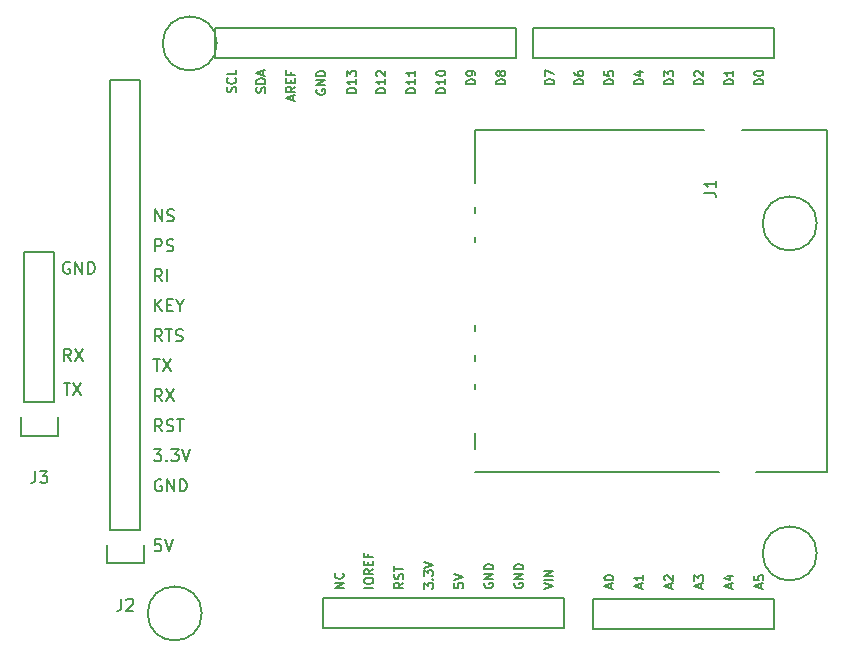
<source format=gto>
G04 #@! TF.FileFunction,Legend,Top*
%FSLAX46Y46*%
G04 Gerber Fmt 4.6, Leading zero omitted, Abs format (unit mm)*
G04 Created by KiCad (PCBNEW 4.0.1-3.201512221402+6198~38~ubuntu14.04.1-stable) date Tue 03 May 2016 12:22:43 PM PDT*
%MOMM*%
G01*
G04 APERTURE LIST*
%ADD10C,0.100000*%
%ADD11C,0.152400*%
%ADD12C,0.150000*%
G04 APERTURE END LIST*
D10*
D11*
X123794762Y-117553619D02*
X123310953Y-117553619D01*
X123262572Y-118037429D01*
X123310953Y-117989048D01*
X123407715Y-117940667D01*
X123649619Y-117940667D01*
X123746381Y-117989048D01*
X123794762Y-118037429D01*
X123843143Y-118134190D01*
X123843143Y-118376095D01*
X123794762Y-118472857D01*
X123746381Y-118521238D01*
X123649619Y-118569619D01*
X123407715Y-118569619D01*
X123310953Y-118521238D01*
X123262572Y-118472857D01*
X124133429Y-117553619D02*
X124472096Y-118569619D01*
X124810762Y-117553619D01*
X123843143Y-112522000D02*
X123746381Y-112473619D01*
X123601238Y-112473619D01*
X123456096Y-112522000D01*
X123359334Y-112618762D01*
X123310953Y-112715524D01*
X123262572Y-112909048D01*
X123262572Y-113054190D01*
X123310953Y-113247714D01*
X123359334Y-113344476D01*
X123456096Y-113441238D01*
X123601238Y-113489619D01*
X123698000Y-113489619D01*
X123843143Y-113441238D01*
X123891524Y-113392857D01*
X123891524Y-113054190D01*
X123698000Y-113054190D01*
X124326953Y-113489619D02*
X124326953Y-112473619D01*
X124907524Y-113489619D01*
X124907524Y-112473619D01*
X125391334Y-113489619D02*
X125391334Y-112473619D01*
X125633239Y-112473619D01*
X125778381Y-112522000D01*
X125875143Y-112618762D01*
X125923524Y-112715524D01*
X125971905Y-112909048D01*
X125971905Y-113054190D01*
X125923524Y-113247714D01*
X125875143Y-113344476D01*
X125778381Y-113441238D01*
X125633239Y-113489619D01*
X125391334Y-113489619D01*
X123214191Y-109933619D02*
X123843143Y-109933619D01*
X123504477Y-110320667D01*
X123649619Y-110320667D01*
X123746381Y-110369048D01*
X123794762Y-110417429D01*
X123843143Y-110514190D01*
X123843143Y-110756095D01*
X123794762Y-110852857D01*
X123746381Y-110901238D01*
X123649619Y-110949619D01*
X123359334Y-110949619D01*
X123262572Y-110901238D01*
X123214191Y-110852857D01*
X124278572Y-110852857D02*
X124326953Y-110901238D01*
X124278572Y-110949619D01*
X124230191Y-110901238D01*
X124278572Y-110852857D01*
X124278572Y-110949619D01*
X124665620Y-109933619D02*
X125294572Y-109933619D01*
X124955906Y-110320667D01*
X125101048Y-110320667D01*
X125197810Y-110369048D01*
X125246191Y-110417429D01*
X125294572Y-110514190D01*
X125294572Y-110756095D01*
X125246191Y-110852857D01*
X125197810Y-110901238D01*
X125101048Y-110949619D01*
X124810763Y-110949619D01*
X124714001Y-110901238D01*
X124665620Y-110852857D01*
X125584858Y-109933619D02*
X125923525Y-110949619D01*
X126262191Y-109933619D01*
X123891524Y-108409619D02*
X123552858Y-107925810D01*
X123310953Y-108409619D02*
X123310953Y-107393619D01*
X123698000Y-107393619D01*
X123794762Y-107442000D01*
X123843143Y-107490381D01*
X123891524Y-107587143D01*
X123891524Y-107732286D01*
X123843143Y-107829048D01*
X123794762Y-107877429D01*
X123698000Y-107925810D01*
X123310953Y-107925810D01*
X124278572Y-108361238D02*
X124423715Y-108409619D01*
X124665619Y-108409619D01*
X124762381Y-108361238D01*
X124810762Y-108312857D01*
X124859143Y-108216095D01*
X124859143Y-108119333D01*
X124810762Y-108022571D01*
X124762381Y-107974190D01*
X124665619Y-107925810D01*
X124472096Y-107877429D01*
X124375334Y-107829048D01*
X124326953Y-107780667D01*
X124278572Y-107683905D01*
X124278572Y-107587143D01*
X124326953Y-107490381D01*
X124375334Y-107442000D01*
X124472096Y-107393619D01*
X124714000Y-107393619D01*
X124859143Y-107442000D01*
X125149429Y-107393619D02*
X125730000Y-107393619D01*
X125439715Y-108409619D02*
X125439715Y-107393619D01*
X123891524Y-105869619D02*
X123552858Y-105385810D01*
X123310953Y-105869619D02*
X123310953Y-104853619D01*
X123698000Y-104853619D01*
X123794762Y-104902000D01*
X123843143Y-104950381D01*
X123891524Y-105047143D01*
X123891524Y-105192286D01*
X123843143Y-105289048D01*
X123794762Y-105337429D01*
X123698000Y-105385810D01*
X123310953Y-105385810D01*
X124230191Y-104853619D02*
X124907524Y-105869619D01*
X124907524Y-104853619D02*
X124230191Y-105869619D01*
X123165810Y-102313619D02*
X123746381Y-102313619D01*
X123456096Y-103329619D02*
X123456096Y-102313619D01*
X123988286Y-102313619D02*
X124665619Y-103329619D01*
X124665619Y-102313619D02*
X123988286Y-103329619D01*
X123891524Y-100789619D02*
X123552858Y-100305810D01*
X123310953Y-100789619D02*
X123310953Y-99773619D01*
X123698000Y-99773619D01*
X123794762Y-99822000D01*
X123843143Y-99870381D01*
X123891524Y-99967143D01*
X123891524Y-100112286D01*
X123843143Y-100209048D01*
X123794762Y-100257429D01*
X123698000Y-100305810D01*
X123310953Y-100305810D01*
X124181810Y-99773619D02*
X124762381Y-99773619D01*
X124472096Y-100789619D02*
X124472096Y-99773619D01*
X125052667Y-100741238D02*
X125197810Y-100789619D01*
X125439714Y-100789619D01*
X125536476Y-100741238D01*
X125584857Y-100692857D01*
X125633238Y-100596095D01*
X125633238Y-100499333D01*
X125584857Y-100402571D01*
X125536476Y-100354190D01*
X125439714Y-100305810D01*
X125246191Y-100257429D01*
X125149429Y-100209048D01*
X125101048Y-100160667D01*
X125052667Y-100063905D01*
X125052667Y-99967143D01*
X125101048Y-99870381D01*
X125149429Y-99822000D01*
X125246191Y-99773619D01*
X125488095Y-99773619D01*
X125633238Y-99822000D01*
X123310953Y-98249619D02*
X123310953Y-97233619D01*
X123891524Y-98249619D02*
X123456096Y-97669048D01*
X123891524Y-97233619D02*
X123310953Y-97814190D01*
X124326953Y-97717429D02*
X124665619Y-97717429D01*
X124810762Y-98249619D02*
X124326953Y-98249619D01*
X124326953Y-97233619D01*
X124810762Y-97233619D01*
X125439715Y-97765810D02*
X125439715Y-98249619D01*
X125101048Y-97233619D02*
X125439715Y-97765810D01*
X125778381Y-97233619D01*
X123891524Y-95709619D02*
X123552858Y-95225810D01*
X123310953Y-95709619D02*
X123310953Y-94693619D01*
X123698000Y-94693619D01*
X123794762Y-94742000D01*
X123843143Y-94790381D01*
X123891524Y-94887143D01*
X123891524Y-95032286D01*
X123843143Y-95129048D01*
X123794762Y-95177429D01*
X123698000Y-95225810D01*
X123310953Y-95225810D01*
X124326953Y-95709619D02*
X124326953Y-94693619D01*
X123310953Y-93169619D02*
X123310953Y-92153619D01*
X123698000Y-92153619D01*
X123794762Y-92202000D01*
X123843143Y-92250381D01*
X123891524Y-92347143D01*
X123891524Y-92492286D01*
X123843143Y-92589048D01*
X123794762Y-92637429D01*
X123698000Y-92685810D01*
X123310953Y-92685810D01*
X124278572Y-93121238D02*
X124423715Y-93169619D01*
X124665619Y-93169619D01*
X124762381Y-93121238D01*
X124810762Y-93072857D01*
X124859143Y-92976095D01*
X124859143Y-92879333D01*
X124810762Y-92782571D01*
X124762381Y-92734190D01*
X124665619Y-92685810D01*
X124472096Y-92637429D01*
X124375334Y-92589048D01*
X124326953Y-92540667D01*
X124278572Y-92443905D01*
X124278572Y-92347143D01*
X124326953Y-92250381D01*
X124375334Y-92202000D01*
X124472096Y-92153619D01*
X124714000Y-92153619D01*
X124859143Y-92202000D01*
X123310953Y-90629619D02*
X123310953Y-89613619D01*
X123891524Y-90629619D01*
X123891524Y-89613619D01*
X124326953Y-90581238D02*
X124472096Y-90629619D01*
X124714000Y-90629619D01*
X124810762Y-90581238D01*
X124859143Y-90532857D01*
X124907524Y-90436095D01*
X124907524Y-90339333D01*
X124859143Y-90242571D01*
X124810762Y-90194190D01*
X124714000Y-90145810D01*
X124520477Y-90097429D01*
X124423715Y-90049048D01*
X124375334Y-90000667D01*
X124326953Y-89903905D01*
X124326953Y-89807143D01*
X124375334Y-89710381D01*
X124423715Y-89662000D01*
X124520477Y-89613619D01*
X124762381Y-89613619D01*
X124907524Y-89662000D01*
X116065905Y-94107000D02*
X115969143Y-94058619D01*
X115824000Y-94058619D01*
X115678858Y-94107000D01*
X115582096Y-94203762D01*
X115533715Y-94300524D01*
X115485334Y-94494048D01*
X115485334Y-94639190D01*
X115533715Y-94832714D01*
X115582096Y-94929476D01*
X115678858Y-95026238D01*
X115824000Y-95074619D01*
X115920762Y-95074619D01*
X116065905Y-95026238D01*
X116114286Y-94977857D01*
X116114286Y-94639190D01*
X115920762Y-94639190D01*
X116549715Y-95074619D02*
X116549715Y-94058619D01*
X117130286Y-95074619D01*
X117130286Y-94058619D01*
X117614096Y-95074619D02*
X117614096Y-94058619D01*
X117856001Y-94058619D01*
X118001143Y-94107000D01*
X118097905Y-94203762D01*
X118146286Y-94300524D01*
X118194667Y-94494048D01*
X118194667Y-94639190D01*
X118146286Y-94832714D01*
X118097905Y-94929476D01*
X118001143Y-95026238D01*
X117856001Y-95074619D01*
X117614096Y-95074619D01*
X116162667Y-102440619D02*
X115824001Y-101956810D01*
X115582096Y-102440619D02*
X115582096Y-101424619D01*
X115969143Y-101424619D01*
X116065905Y-101473000D01*
X116114286Y-101521381D01*
X116162667Y-101618143D01*
X116162667Y-101763286D01*
X116114286Y-101860048D01*
X116065905Y-101908429D01*
X115969143Y-101956810D01*
X115582096Y-101956810D01*
X116501334Y-101424619D02*
X117178667Y-102440619D01*
X117178667Y-101424619D02*
X116501334Y-102440619D01*
X115557905Y-104345619D02*
X116138476Y-104345619D01*
X115848191Y-105361619D02*
X115848191Y-104345619D01*
X116380381Y-104345619D02*
X117057714Y-105361619D01*
X117057714Y-104345619D02*
X116380381Y-105361619D01*
D12*
X137515600Y-125095000D02*
X157937200Y-125095000D01*
X157937200Y-125095000D02*
X157937200Y-122555000D01*
X157937200Y-122555000D02*
X137515600Y-122555000D01*
X137515600Y-125095000D02*
X137515600Y-122555000D01*
X175742600Y-122580400D02*
X160401000Y-122580400D01*
X175742600Y-125120400D02*
X175742600Y-122580400D01*
X160401000Y-125120400D02*
X175742600Y-125120400D01*
X160401000Y-125120400D02*
X160401000Y-122580400D01*
X175742600Y-76835000D02*
X175742600Y-74295000D01*
X175742600Y-74295000D02*
X155321000Y-74295000D01*
X155321000Y-76835000D02*
X155321000Y-74295000D01*
X155321000Y-76835000D02*
X175742600Y-76835000D01*
X153898600Y-74295000D02*
X128422400Y-74295000D01*
X128422400Y-76835000D02*
X153898600Y-76835000D01*
X153898600Y-76835000D02*
X153898600Y-74295000D01*
X128397000Y-76835000D02*
X128397000Y-74295000D01*
X127254000Y-123825000D02*
G75*
G03X127254000Y-123825000I-2286000J0D01*
G01*
X179324000Y-118745000D02*
G75*
G03X179324000Y-118745000I-2286000J0D01*
G01*
X128524000Y-75565000D02*
G75*
G03X128524000Y-75565000I-2286000J0D01*
G01*
X179324000Y-90805000D02*
G75*
G03X179324000Y-90805000I-2286000J0D01*
G01*
X150418800Y-89914600D02*
X150418800Y-89414600D01*
X150418800Y-92414600D02*
X150418800Y-91914600D01*
X150418800Y-99914600D02*
X150418800Y-99414600D01*
X150418800Y-102414600D02*
X150418800Y-101914600D01*
X150418800Y-104814600D02*
X150418800Y-104414600D01*
X150418800Y-109914600D02*
X150418800Y-108514600D01*
X171018800Y-111814600D02*
X150418800Y-111814600D01*
X169818800Y-82914600D02*
X150418800Y-82914600D01*
X150418800Y-82914600D02*
X150418800Y-87414600D01*
X180218800Y-82914600D02*
X180218800Y-111814600D01*
X180218800Y-111814600D02*
X174218800Y-111814600D01*
X180218800Y-82914600D02*
X173018800Y-82914600D01*
X122047000Y-116763800D02*
X122047000Y-78663800D01*
X122047000Y-78663800D02*
X119507000Y-78663800D01*
X119507000Y-78663800D02*
X119507000Y-116763800D01*
X119227000Y-119583800D02*
X119227000Y-118033800D01*
X119507000Y-116763800D02*
X122047000Y-116763800D01*
X122327000Y-118033800D02*
X122327000Y-119583800D01*
X122327000Y-119583800D02*
X119227000Y-119583800D01*
X112242600Y-105943400D02*
X112242600Y-93243400D01*
X112242600Y-93243400D02*
X114782600Y-93243400D01*
X114782600Y-93243400D02*
X114782600Y-105943400D01*
X111962600Y-108763400D02*
X111962600Y-107213400D01*
X112242600Y-105943400D02*
X114782600Y-105943400D01*
X115062600Y-107213400D02*
X115062600Y-108763400D01*
X115062600Y-108763400D02*
X111962600Y-108763400D01*
D11*
X139282714Y-121644228D02*
X138520714Y-121644228D01*
X139282714Y-121208800D01*
X138520714Y-121208800D01*
X139210143Y-120410514D02*
X139246429Y-120446800D01*
X139282714Y-120555657D01*
X139282714Y-120628228D01*
X139246429Y-120737085D01*
X139173857Y-120809657D01*
X139101286Y-120845942D01*
X138956143Y-120882228D01*
X138847286Y-120882228D01*
X138702143Y-120845942D01*
X138629571Y-120809657D01*
X138557000Y-120737085D01*
X138520714Y-120628228D01*
X138520714Y-120555657D01*
X138557000Y-120446800D01*
X138593286Y-120410514D01*
X141771914Y-121644228D02*
X141009914Y-121644228D01*
X141009914Y-121136229D02*
X141009914Y-120991086D01*
X141046200Y-120918514D01*
X141118771Y-120845943D01*
X141263914Y-120809657D01*
X141517914Y-120809657D01*
X141663057Y-120845943D01*
X141735629Y-120918514D01*
X141771914Y-120991086D01*
X141771914Y-121136229D01*
X141735629Y-121208800D01*
X141663057Y-121281371D01*
X141517914Y-121317657D01*
X141263914Y-121317657D01*
X141118771Y-121281371D01*
X141046200Y-121208800D01*
X141009914Y-121136229D01*
X141771914Y-120047657D02*
X141409057Y-120301657D01*
X141771914Y-120483085D02*
X141009914Y-120483085D01*
X141009914Y-120192800D01*
X141046200Y-120120228D01*
X141082486Y-120083943D01*
X141155057Y-120047657D01*
X141263914Y-120047657D01*
X141336486Y-120083943D01*
X141372771Y-120120228D01*
X141409057Y-120192800D01*
X141409057Y-120483085D01*
X141372771Y-119721085D02*
X141372771Y-119467085D01*
X141771914Y-119358228D02*
X141771914Y-119721085D01*
X141009914Y-119721085D01*
X141009914Y-119358228D01*
X141372771Y-118777656D02*
X141372771Y-119031656D01*
X141771914Y-119031656D02*
X141009914Y-119031656D01*
X141009914Y-118668799D01*
X144311914Y-121208800D02*
X143949057Y-121462800D01*
X144311914Y-121644228D02*
X143549914Y-121644228D01*
X143549914Y-121353943D01*
X143586200Y-121281371D01*
X143622486Y-121245086D01*
X143695057Y-121208800D01*
X143803914Y-121208800D01*
X143876486Y-121245086D01*
X143912771Y-121281371D01*
X143949057Y-121353943D01*
X143949057Y-121644228D01*
X144275629Y-120918514D02*
X144311914Y-120809657D01*
X144311914Y-120628228D01*
X144275629Y-120555657D01*
X144239343Y-120519371D01*
X144166771Y-120483086D01*
X144094200Y-120483086D01*
X144021629Y-120519371D01*
X143985343Y-120555657D01*
X143949057Y-120628228D01*
X143912771Y-120773371D01*
X143876486Y-120845943D01*
X143840200Y-120882228D01*
X143767629Y-120918514D01*
X143695057Y-120918514D01*
X143622486Y-120882228D01*
X143586200Y-120845943D01*
X143549914Y-120773371D01*
X143549914Y-120591943D01*
X143586200Y-120483086D01*
X143549914Y-120265372D02*
X143549914Y-119829943D01*
X144311914Y-120047657D02*
X143549914Y-120047657D01*
X146089914Y-121716800D02*
X146089914Y-121245086D01*
X146380200Y-121499086D01*
X146380200Y-121390228D01*
X146416486Y-121317657D01*
X146452771Y-121281371D01*
X146525343Y-121245086D01*
X146706771Y-121245086D01*
X146779343Y-121281371D01*
X146815629Y-121317657D01*
X146851914Y-121390228D01*
X146851914Y-121607943D01*
X146815629Y-121680514D01*
X146779343Y-121716800D01*
X146779343Y-120918514D02*
X146815629Y-120882229D01*
X146851914Y-120918514D01*
X146815629Y-120954800D01*
X146779343Y-120918514D01*
X146851914Y-120918514D01*
X146089914Y-120628229D02*
X146089914Y-120156515D01*
X146380200Y-120410515D01*
X146380200Y-120301657D01*
X146416486Y-120229086D01*
X146452771Y-120192800D01*
X146525343Y-120156515D01*
X146706771Y-120156515D01*
X146779343Y-120192800D01*
X146815629Y-120229086D01*
X146851914Y-120301657D01*
X146851914Y-120519372D01*
X146815629Y-120591943D01*
X146779343Y-120628229D01*
X146089914Y-119938801D02*
X146851914Y-119684801D01*
X146089914Y-119430801D01*
X148629914Y-121281371D02*
X148629914Y-121644228D01*
X148992771Y-121680514D01*
X148956486Y-121644228D01*
X148920200Y-121571657D01*
X148920200Y-121390228D01*
X148956486Y-121317657D01*
X148992771Y-121281371D01*
X149065343Y-121245086D01*
X149246771Y-121245086D01*
X149319343Y-121281371D01*
X149355629Y-121317657D01*
X149391914Y-121390228D01*
X149391914Y-121571657D01*
X149355629Y-121644228D01*
X149319343Y-121680514D01*
X148629914Y-121027372D02*
X149391914Y-120773372D01*
X148629914Y-120519372D01*
X151206200Y-121245086D02*
X151169914Y-121317657D01*
X151169914Y-121426514D01*
X151206200Y-121535371D01*
X151278771Y-121607943D01*
X151351343Y-121644228D01*
X151496486Y-121680514D01*
X151605343Y-121680514D01*
X151750486Y-121644228D01*
X151823057Y-121607943D01*
X151895629Y-121535371D01*
X151931914Y-121426514D01*
X151931914Y-121353943D01*
X151895629Y-121245086D01*
X151859343Y-121208800D01*
X151605343Y-121208800D01*
X151605343Y-121353943D01*
X151931914Y-120882228D02*
X151169914Y-120882228D01*
X151931914Y-120446800D01*
X151169914Y-120446800D01*
X151931914Y-120083942D02*
X151169914Y-120083942D01*
X151169914Y-119902514D01*
X151206200Y-119793657D01*
X151278771Y-119721085D01*
X151351343Y-119684800D01*
X151496486Y-119648514D01*
X151605343Y-119648514D01*
X151750486Y-119684800D01*
X151823057Y-119721085D01*
X151895629Y-119793657D01*
X151931914Y-119902514D01*
X151931914Y-120083942D01*
X153746200Y-121245086D02*
X153709914Y-121317657D01*
X153709914Y-121426514D01*
X153746200Y-121535371D01*
X153818771Y-121607943D01*
X153891343Y-121644228D01*
X154036486Y-121680514D01*
X154145343Y-121680514D01*
X154290486Y-121644228D01*
X154363057Y-121607943D01*
X154435629Y-121535371D01*
X154471914Y-121426514D01*
X154471914Y-121353943D01*
X154435629Y-121245086D01*
X154399343Y-121208800D01*
X154145343Y-121208800D01*
X154145343Y-121353943D01*
X154471914Y-120882228D02*
X153709914Y-120882228D01*
X154471914Y-120446800D01*
X153709914Y-120446800D01*
X154471914Y-120083942D02*
X153709914Y-120083942D01*
X153709914Y-119902514D01*
X153746200Y-119793657D01*
X153818771Y-119721085D01*
X153891343Y-119684800D01*
X154036486Y-119648514D01*
X154145343Y-119648514D01*
X154290486Y-119684800D01*
X154363057Y-119721085D01*
X154435629Y-119793657D01*
X154471914Y-119902514D01*
X154471914Y-120083942D01*
X156249914Y-121753086D02*
X157011914Y-121499086D01*
X156249914Y-121245086D01*
X157011914Y-120991085D02*
X156249914Y-120991085D01*
X157011914Y-120628228D02*
X156249914Y-120628228D01*
X157011914Y-120192800D01*
X156249914Y-120192800D01*
X172059600Y-121680514D02*
X172059600Y-121317657D01*
X172277314Y-121753086D02*
X171515314Y-121499086D01*
X172277314Y-121245086D01*
X171769314Y-120664514D02*
X172277314Y-120664514D01*
X171479029Y-120845943D02*
X172023314Y-121027371D01*
X172023314Y-120555657D01*
X169519600Y-121680514D02*
X169519600Y-121317657D01*
X169737314Y-121753086D02*
X168975314Y-121499086D01*
X169737314Y-121245086D01*
X168975314Y-121063657D02*
X168975314Y-120591943D01*
X169265600Y-120845943D01*
X169265600Y-120737085D01*
X169301886Y-120664514D01*
X169338171Y-120628228D01*
X169410743Y-120591943D01*
X169592171Y-120591943D01*
X169664743Y-120628228D01*
X169701029Y-120664514D01*
X169737314Y-120737085D01*
X169737314Y-120954800D01*
X169701029Y-121027371D01*
X169664743Y-121063657D01*
X174599600Y-121680514D02*
X174599600Y-121317657D01*
X174817314Y-121753086D02*
X174055314Y-121499086D01*
X174817314Y-121245086D01*
X174055314Y-120628228D02*
X174055314Y-120991085D01*
X174418171Y-121027371D01*
X174381886Y-120991085D01*
X174345600Y-120918514D01*
X174345600Y-120737085D01*
X174381886Y-120664514D01*
X174418171Y-120628228D01*
X174490743Y-120591943D01*
X174672171Y-120591943D01*
X174744743Y-120628228D01*
X174781029Y-120664514D01*
X174817314Y-120737085D01*
X174817314Y-120918514D01*
X174781029Y-120991085D01*
X174744743Y-121027371D01*
X161899600Y-121680514D02*
X161899600Y-121317657D01*
X162117314Y-121753086D02*
X161355314Y-121499086D01*
X162117314Y-121245086D01*
X161355314Y-120845943D02*
X161355314Y-120773371D01*
X161391600Y-120700800D01*
X161427886Y-120664514D01*
X161500457Y-120628228D01*
X161645600Y-120591943D01*
X161827029Y-120591943D01*
X161972171Y-120628228D01*
X162044743Y-120664514D01*
X162081029Y-120700800D01*
X162117314Y-120773371D01*
X162117314Y-120845943D01*
X162081029Y-120918514D01*
X162044743Y-120954800D01*
X161972171Y-120991085D01*
X161827029Y-121027371D01*
X161645600Y-121027371D01*
X161500457Y-120991085D01*
X161427886Y-120954800D01*
X161391600Y-120918514D01*
X161355314Y-120845943D01*
X164439600Y-121680514D02*
X164439600Y-121317657D01*
X164657314Y-121753086D02*
X163895314Y-121499086D01*
X164657314Y-121245086D01*
X164657314Y-120591943D02*
X164657314Y-121027371D01*
X164657314Y-120809657D02*
X163895314Y-120809657D01*
X164004171Y-120882228D01*
X164076743Y-120954800D01*
X164113029Y-121027371D01*
X166979600Y-121680514D02*
X166979600Y-121317657D01*
X167197314Y-121753086D02*
X166435314Y-121499086D01*
X167197314Y-121245086D01*
X166507886Y-121027371D02*
X166471600Y-120991085D01*
X166435314Y-120918514D01*
X166435314Y-120737085D01*
X166471600Y-120664514D01*
X166507886Y-120628228D01*
X166580457Y-120591943D01*
X166653029Y-120591943D01*
X166761886Y-120628228D01*
X167197314Y-121063657D01*
X167197314Y-120591943D01*
X169737314Y-79037542D02*
X168975314Y-79037542D01*
X168975314Y-78856114D01*
X169011600Y-78747257D01*
X169084171Y-78674685D01*
X169156743Y-78638400D01*
X169301886Y-78602114D01*
X169410743Y-78602114D01*
X169555886Y-78638400D01*
X169628457Y-78674685D01*
X169701029Y-78747257D01*
X169737314Y-78856114D01*
X169737314Y-79037542D01*
X169047886Y-78311828D02*
X169011600Y-78275542D01*
X168975314Y-78202971D01*
X168975314Y-78021542D01*
X169011600Y-77948971D01*
X169047886Y-77912685D01*
X169120457Y-77876400D01*
X169193029Y-77876400D01*
X169301886Y-77912685D01*
X169737314Y-78348114D01*
X169737314Y-77876400D01*
X174817314Y-79037542D02*
X174055314Y-79037542D01*
X174055314Y-78856114D01*
X174091600Y-78747257D01*
X174164171Y-78674685D01*
X174236743Y-78638400D01*
X174381886Y-78602114D01*
X174490743Y-78602114D01*
X174635886Y-78638400D01*
X174708457Y-78674685D01*
X174781029Y-78747257D01*
X174817314Y-78856114D01*
X174817314Y-79037542D01*
X174055314Y-78130400D02*
X174055314Y-78057828D01*
X174091600Y-77985257D01*
X174127886Y-77948971D01*
X174200457Y-77912685D01*
X174345600Y-77876400D01*
X174527029Y-77876400D01*
X174672171Y-77912685D01*
X174744743Y-77948971D01*
X174781029Y-77985257D01*
X174817314Y-78057828D01*
X174817314Y-78130400D01*
X174781029Y-78202971D01*
X174744743Y-78239257D01*
X174672171Y-78275542D01*
X174527029Y-78311828D01*
X174345600Y-78311828D01*
X174200457Y-78275542D01*
X174127886Y-78239257D01*
X174091600Y-78202971D01*
X174055314Y-78130400D01*
X172277314Y-79037542D02*
X171515314Y-79037542D01*
X171515314Y-78856114D01*
X171551600Y-78747257D01*
X171624171Y-78674685D01*
X171696743Y-78638400D01*
X171841886Y-78602114D01*
X171950743Y-78602114D01*
X172095886Y-78638400D01*
X172168457Y-78674685D01*
X172241029Y-78747257D01*
X172277314Y-78856114D01*
X172277314Y-79037542D01*
X172277314Y-77876400D02*
X172277314Y-78311828D01*
X172277314Y-78094114D02*
X171515314Y-78094114D01*
X171624171Y-78166685D01*
X171696743Y-78239257D01*
X171733029Y-78311828D01*
X164657314Y-79037542D02*
X163895314Y-79037542D01*
X163895314Y-78856114D01*
X163931600Y-78747257D01*
X164004171Y-78674685D01*
X164076743Y-78638400D01*
X164221886Y-78602114D01*
X164330743Y-78602114D01*
X164475886Y-78638400D01*
X164548457Y-78674685D01*
X164621029Y-78747257D01*
X164657314Y-78856114D01*
X164657314Y-79037542D01*
X164149314Y-77948971D02*
X164657314Y-77948971D01*
X163859029Y-78130400D02*
X164403314Y-78311828D01*
X164403314Y-77840114D01*
X162117314Y-79037542D02*
X161355314Y-79037542D01*
X161355314Y-78856114D01*
X161391600Y-78747257D01*
X161464171Y-78674685D01*
X161536743Y-78638400D01*
X161681886Y-78602114D01*
X161790743Y-78602114D01*
X161935886Y-78638400D01*
X162008457Y-78674685D01*
X162081029Y-78747257D01*
X162117314Y-78856114D01*
X162117314Y-79037542D01*
X161355314Y-77912685D02*
X161355314Y-78275542D01*
X161718171Y-78311828D01*
X161681886Y-78275542D01*
X161645600Y-78202971D01*
X161645600Y-78021542D01*
X161681886Y-77948971D01*
X161718171Y-77912685D01*
X161790743Y-77876400D01*
X161972171Y-77876400D01*
X162044743Y-77912685D01*
X162081029Y-77948971D01*
X162117314Y-78021542D01*
X162117314Y-78202971D01*
X162081029Y-78275542D01*
X162044743Y-78311828D01*
X159577314Y-79037542D02*
X158815314Y-79037542D01*
X158815314Y-78856114D01*
X158851600Y-78747257D01*
X158924171Y-78674685D01*
X158996743Y-78638400D01*
X159141886Y-78602114D01*
X159250743Y-78602114D01*
X159395886Y-78638400D01*
X159468457Y-78674685D01*
X159541029Y-78747257D01*
X159577314Y-78856114D01*
X159577314Y-79037542D01*
X158815314Y-77948971D02*
X158815314Y-78094114D01*
X158851600Y-78166685D01*
X158887886Y-78202971D01*
X158996743Y-78275542D01*
X159141886Y-78311828D01*
X159432171Y-78311828D01*
X159504743Y-78275542D01*
X159541029Y-78239257D01*
X159577314Y-78166685D01*
X159577314Y-78021542D01*
X159541029Y-77948971D01*
X159504743Y-77912685D01*
X159432171Y-77876400D01*
X159250743Y-77876400D01*
X159178171Y-77912685D01*
X159141886Y-77948971D01*
X159105600Y-78021542D01*
X159105600Y-78166685D01*
X159141886Y-78239257D01*
X159178171Y-78275542D01*
X159250743Y-78311828D01*
X157088114Y-79037542D02*
X156326114Y-79037542D01*
X156326114Y-78856114D01*
X156362400Y-78747257D01*
X156434971Y-78674685D01*
X156507543Y-78638400D01*
X156652686Y-78602114D01*
X156761543Y-78602114D01*
X156906686Y-78638400D01*
X156979257Y-78674685D01*
X157051829Y-78747257D01*
X157088114Y-78856114D01*
X157088114Y-79037542D01*
X156326114Y-78348114D02*
X156326114Y-77840114D01*
X157088114Y-78166685D01*
X167197314Y-79037542D02*
X166435314Y-79037542D01*
X166435314Y-78856114D01*
X166471600Y-78747257D01*
X166544171Y-78674685D01*
X166616743Y-78638400D01*
X166761886Y-78602114D01*
X166870743Y-78602114D01*
X167015886Y-78638400D01*
X167088457Y-78674685D01*
X167161029Y-78747257D01*
X167197314Y-78856114D01*
X167197314Y-79037542D01*
X166435314Y-78348114D02*
X166435314Y-77876400D01*
X166725600Y-78130400D01*
X166725600Y-78021542D01*
X166761886Y-77948971D01*
X166798171Y-77912685D01*
X166870743Y-77876400D01*
X167052171Y-77876400D01*
X167124743Y-77912685D01*
X167161029Y-77948971D01*
X167197314Y-78021542D01*
X167197314Y-78239257D01*
X167161029Y-78311828D01*
X167124743Y-78348114D01*
X147893314Y-79763256D02*
X147131314Y-79763256D01*
X147131314Y-79581828D01*
X147167600Y-79472971D01*
X147240171Y-79400399D01*
X147312743Y-79364114D01*
X147457886Y-79327828D01*
X147566743Y-79327828D01*
X147711886Y-79364114D01*
X147784457Y-79400399D01*
X147857029Y-79472971D01*
X147893314Y-79581828D01*
X147893314Y-79763256D01*
X147893314Y-78602114D02*
X147893314Y-79037542D01*
X147893314Y-78819828D02*
X147131314Y-78819828D01*
X147240171Y-78892399D01*
X147312743Y-78964971D01*
X147349029Y-79037542D01*
X147131314Y-78130400D02*
X147131314Y-78057828D01*
X147167600Y-77985257D01*
X147203886Y-77948971D01*
X147276457Y-77912685D01*
X147421600Y-77876400D01*
X147603029Y-77876400D01*
X147748171Y-77912685D01*
X147820743Y-77948971D01*
X147857029Y-77985257D01*
X147893314Y-78057828D01*
X147893314Y-78130400D01*
X147857029Y-78202971D01*
X147820743Y-78239257D01*
X147748171Y-78275542D01*
X147603029Y-78311828D01*
X147421600Y-78311828D01*
X147276457Y-78275542D01*
X147203886Y-78239257D01*
X147167600Y-78202971D01*
X147131314Y-78130400D01*
X142813314Y-79763256D02*
X142051314Y-79763256D01*
X142051314Y-79581828D01*
X142087600Y-79472971D01*
X142160171Y-79400399D01*
X142232743Y-79364114D01*
X142377886Y-79327828D01*
X142486743Y-79327828D01*
X142631886Y-79364114D01*
X142704457Y-79400399D01*
X142777029Y-79472971D01*
X142813314Y-79581828D01*
X142813314Y-79763256D01*
X142813314Y-78602114D02*
X142813314Y-79037542D01*
X142813314Y-78819828D02*
X142051314Y-78819828D01*
X142160171Y-78892399D01*
X142232743Y-78964971D01*
X142269029Y-79037542D01*
X142123886Y-78311828D02*
X142087600Y-78275542D01*
X142051314Y-78202971D01*
X142051314Y-78021542D01*
X142087600Y-77948971D01*
X142123886Y-77912685D01*
X142196457Y-77876400D01*
X142269029Y-77876400D01*
X142377886Y-77912685D01*
X142813314Y-78348114D01*
X142813314Y-77876400D01*
X150433314Y-79037542D02*
X149671314Y-79037542D01*
X149671314Y-78856114D01*
X149707600Y-78747257D01*
X149780171Y-78674685D01*
X149852743Y-78638400D01*
X149997886Y-78602114D01*
X150106743Y-78602114D01*
X150251886Y-78638400D01*
X150324457Y-78674685D01*
X150397029Y-78747257D01*
X150433314Y-78856114D01*
X150433314Y-79037542D01*
X150433314Y-78239257D02*
X150433314Y-78094114D01*
X150397029Y-78021542D01*
X150360743Y-77985257D01*
X150251886Y-77912685D01*
X150106743Y-77876400D01*
X149816457Y-77876400D01*
X149743886Y-77912685D01*
X149707600Y-77948971D01*
X149671314Y-78021542D01*
X149671314Y-78166685D01*
X149707600Y-78239257D01*
X149743886Y-78275542D01*
X149816457Y-78311828D01*
X149997886Y-78311828D01*
X150070457Y-78275542D01*
X150106743Y-78239257D01*
X150143029Y-78166685D01*
X150143029Y-78021542D01*
X150106743Y-77948971D01*
X150070457Y-77912685D01*
X149997886Y-77876400D01*
X152973314Y-79037542D02*
X152211314Y-79037542D01*
X152211314Y-78856114D01*
X152247600Y-78747257D01*
X152320171Y-78674685D01*
X152392743Y-78638400D01*
X152537886Y-78602114D01*
X152646743Y-78602114D01*
X152791886Y-78638400D01*
X152864457Y-78674685D01*
X152937029Y-78747257D01*
X152973314Y-78856114D01*
X152973314Y-79037542D01*
X152537886Y-78166685D02*
X152501600Y-78239257D01*
X152465314Y-78275542D01*
X152392743Y-78311828D01*
X152356457Y-78311828D01*
X152283886Y-78275542D01*
X152247600Y-78239257D01*
X152211314Y-78166685D01*
X152211314Y-78021542D01*
X152247600Y-77948971D01*
X152283886Y-77912685D01*
X152356457Y-77876400D01*
X152392743Y-77876400D01*
X152465314Y-77912685D01*
X152501600Y-77948971D01*
X152537886Y-78021542D01*
X152537886Y-78166685D01*
X152574171Y-78239257D01*
X152610457Y-78275542D01*
X152683029Y-78311828D01*
X152828171Y-78311828D01*
X152900743Y-78275542D01*
X152937029Y-78239257D01*
X152973314Y-78166685D01*
X152973314Y-78021542D01*
X152937029Y-77948971D01*
X152900743Y-77912685D01*
X152828171Y-77876400D01*
X152683029Y-77876400D01*
X152610457Y-77912685D01*
X152574171Y-77948971D01*
X152537886Y-78021542D01*
X145353314Y-79763256D02*
X144591314Y-79763256D01*
X144591314Y-79581828D01*
X144627600Y-79472971D01*
X144700171Y-79400399D01*
X144772743Y-79364114D01*
X144917886Y-79327828D01*
X145026743Y-79327828D01*
X145171886Y-79364114D01*
X145244457Y-79400399D01*
X145317029Y-79472971D01*
X145353314Y-79581828D01*
X145353314Y-79763256D01*
X145353314Y-78602114D02*
X145353314Y-79037542D01*
X145353314Y-78819828D02*
X144591314Y-78819828D01*
X144700171Y-78892399D01*
X144772743Y-78964971D01*
X144809029Y-79037542D01*
X145353314Y-77876400D02*
X145353314Y-78311828D01*
X145353314Y-78094114D02*
X144591314Y-78094114D01*
X144700171Y-78166685D01*
X144772743Y-78239257D01*
X144809029Y-78311828D01*
X140324114Y-79763256D02*
X139562114Y-79763256D01*
X139562114Y-79581828D01*
X139598400Y-79472971D01*
X139670971Y-79400399D01*
X139743543Y-79364114D01*
X139888686Y-79327828D01*
X139997543Y-79327828D01*
X140142686Y-79364114D01*
X140215257Y-79400399D01*
X140287829Y-79472971D01*
X140324114Y-79581828D01*
X140324114Y-79763256D01*
X140324114Y-78602114D02*
X140324114Y-79037542D01*
X140324114Y-78819828D02*
X139562114Y-78819828D01*
X139670971Y-78892399D01*
X139743543Y-78964971D01*
X139779829Y-79037542D01*
X139562114Y-78348114D02*
X139562114Y-77876400D01*
X139852400Y-78130400D01*
X139852400Y-78021542D01*
X139888686Y-77948971D01*
X139924971Y-77912685D01*
X139997543Y-77876400D01*
X140178971Y-77876400D01*
X140251543Y-77912685D01*
X140287829Y-77948971D01*
X140324114Y-78021542D01*
X140324114Y-78239257D01*
X140287829Y-78311828D01*
X140251543Y-78348114D01*
X137007600Y-79472972D02*
X136971314Y-79545543D01*
X136971314Y-79654400D01*
X137007600Y-79763257D01*
X137080171Y-79835829D01*
X137152743Y-79872114D01*
X137297886Y-79908400D01*
X137406743Y-79908400D01*
X137551886Y-79872114D01*
X137624457Y-79835829D01*
X137697029Y-79763257D01*
X137733314Y-79654400D01*
X137733314Y-79581829D01*
X137697029Y-79472972D01*
X137660743Y-79436686D01*
X137406743Y-79436686D01*
X137406743Y-79581829D01*
X137733314Y-79110114D02*
X136971314Y-79110114D01*
X137733314Y-78674686D01*
X136971314Y-78674686D01*
X137733314Y-78311828D02*
X136971314Y-78311828D01*
X136971314Y-78130400D01*
X137007600Y-78021543D01*
X137080171Y-77948971D01*
X137152743Y-77912686D01*
X137297886Y-77876400D01*
X137406743Y-77876400D01*
X137551886Y-77912686D01*
X137624457Y-77948971D01*
X137697029Y-78021543D01*
X137733314Y-78130400D01*
X137733314Y-78311828D01*
X132617029Y-79726971D02*
X132653314Y-79618114D01*
X132653314Y-79436685D01*
X132617029Y-79364114D01*
X132580743Y-79327828D01*
X132508171Y-79291543D01*
X132435600Y-79291543D01*
X132363029Y-79327828D01*
X132326743Y-79364114D01*
X132290457Y-79436685D01*
X132254171Y-79581828D01*
X132217886Y-79654400D01*
X132181600Y-79690685D01*
X132109029Y-79726971D01*
X132036457Y-79726971D01*
X131963886Y-79690685D01*
X131927600Y-79654400D01*
X131891314Y-79581828D01*
X131891314Y-79400400D01*
X131927600Y-79291543D01*
X132653314Y-78964971D02*
X131891314Y-78964971D01*
X131891314Y-78783543D01*
X131927600Y-78674686D01*
X132000171Y-78602114D01*
X132072743Y-78565829D01*
X132217886Y-78529543D01*
X132326743Y-78529543D01*
X132471886Y-78565829D01*
X132544457Y-78602114D01*
X132617029Y-78674686D01*
X132653314Y-78783543D01*
X132653314Y-78964971D01*
X132435600Y-78239257D02*
X132435600Y-77876400D01*
X132653314Y-78311829D02*
X131891314Y-78057829D01*
X132653314Y-77803829D01*
X134975600Y-80343829D02*
X134975600Y-79980972D01*
X135193314Y-80416401D02*
X134431314Y-80162401D01*
X135193314Y-79908401D01*
X135193314Y-79218972D02*
X134830457Y-79472972D01*
X135193314Y-79654400D02*
X134431314Y-79654400D01*
X134431314Y-79364115D01*
X134467600Y-79291543D01*
X134503886Y-79255258D01*
X134576457Y-79218972D01*
X134685314Y-79218972D01*
X134757886Y-79255258D01*
X134794171Y-79291543D01*
X134830457Y-79364115D01*
X134830457Y-79654400D01*
X134794171Y-78892400D02*
X134794171Y-78638400D01*
X135193314Y-78529543D02*
X135193314Y-78892400D01*
X134431314Y-78892400D01*
X134431314Y-78529543D01*
X134794171Y-77948971D02*
X134794171Y-78202971D01*
X135193314Y-78202971D02*
X134431314Y-78202971D01*
X134431314Y-77840114D01*
X130127829Y-79690685D02*
X130164114Y-79581828D01*
X130164114Y-79400399D01*
X130127829Y-79327828D01*
X130091543Y-79291542D01*
X130018971Y-79255257D01*
X129946400Y-79255257D01*
X129873829Y-79291542D01*
X129837543Y-79327828D01*
X129801257Y-79400399D01*
X129764971Y-79545542D01*
X129728686Y-79618114D01*
X129692400Y-79654399D01*
X129619829Y-79690685D01*
X129547257Y-79690685D01*
X129474686Y-79654399D01*
X129438400Y-79618114D01*
X129402114Y-79545542D01*
X129402114Y-79364114D01*
X129438400Y-79255257D01*
X130091543Y-78493257D02*
X130127829Y-78529543D01*
X130164114Y-78638400D01*
X130164114Y-78710971D01*
X130127829Y-78819828D01*
X130055257Y-78892400D01*
X129982686Y-78928685D01*
X129837543Y-78964971D01*
X129728686Y-78964971D01*
X129583543Y-78928685D01*
X129510971Y-78892400D01*
X129438400Y-78819828D01*
X129402114Y-78710971D01*
X129402114Y-78638400D01*
X129438400Y-78529543D01*
X129474686Y-78493257D01*
X130164114Y-77803828D02*
X130164114Y-78166685D01*
X129402114Y-78166685D01*
D12*
X169802381Y-88184073D02*
X170516667Y-88184073D01*
X170659524Y-88231693D01*
X170754762Y-88326931D01*
X170802381Y-88469788D01*
X170802381Y-88565026D01*
X170802381Y-87184073D02*
X170802381Y-87755502D01*
X170802381Y-87469788D02*
X169802381Y-87469788D01*
X169945238Y-87565026D01*
X170040476Y-87660264D01*
X170088095Y-87755502D01*
X120443667Y-122586181D02*
X120443667Y-123300467D01*
X120396047Y-123443324D01*
X120300809Y-123538562D01*
X120157952Y-123586181D01*
X120062714Y-123586181D01*
X120872238Y-122681419D02*
X120919857Y-122633800D01*
X121015095Y-122586181D01*
X121253191Y-122586181D01*
X121348429Y-122633800D01*
X121396048Y-122681419D01*
X121443667Y-122776657D01*
X121443667Y-122871895D01*
X121396048Y-123014752D01*
X120824619Y-123586181D01*
X121443667Y-123586181D01*
X113179267Y-111765781D02*
X113179267Y-112480067D01*
X113131647Y-112622924D01*
X113036409Y-112718162D01*
X112893552Y-112765781D01*
X112798314Y-112765781D01*
X113560219Y-111765781D02*
X114179267Y-111765781D01*
X113845933Y-112146733D01*
X113988791Y-112146733D01*
X114084029Y-112194352D01*
X114131648Y-112241971D01*
X114179267Y-112337210D01*
X114179267Y-112575305D01*
X114131648Y-112670543D01*
X114084029Y-112718162D01*
X113988791Y-112765781D01*
X113703076Y-112765781D01*
X113607838Y-112718162D01*
X113560219Y-112670543D01*
M02*

</source>
